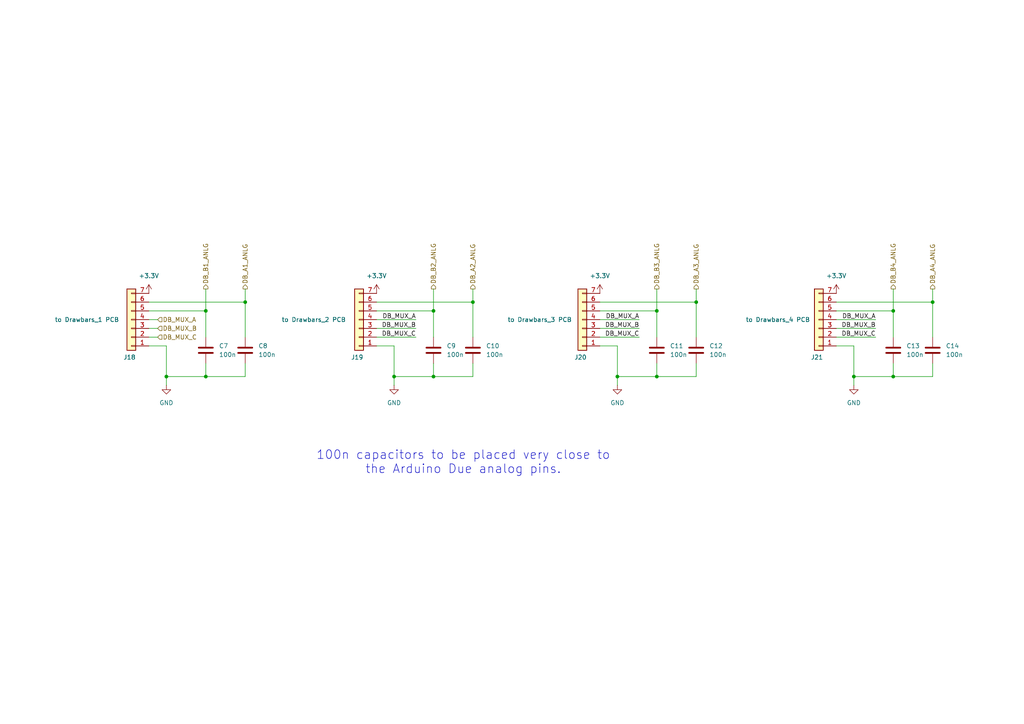
<source format=kicad_sch>
(kicad_sch (version 20250114) (generator "eeschema") (generator_version "9.0")
  (paper "A4")
  (title_block (title "Drawbars Connectors") (date "2025-07-30") (rev "1.0"))
  (lib_symbols
    (symbol "Connector_Generic:Conn_01x07" (pin_names (offset 1.016) (hide yes))
      (property "Reference" "J" (at 0 10.16 0))
      (property "Value" "Conn_01x07" (at 0 -10.16 0))
      (symbol "Conn_01x07_1_1"
        (rectangle (start -1.27 8.89) (end 1.27 -8.89) (stroke (width 0.254)) (fill (type background)))
        (rectangle (start -1.27 7.747) (end 0 7.493) (stroke (width 0.1524)))
        (rectangle (start -1.27 5.207) (end 0 4.953) (stroke (width 0.1524)))
        (rectangle (start -1.27 2.667) (end 0 2.413) (stroke (width 0.1524)))
        (rectangle (start -1.27 0.127) (end 0 -0.127) (stroke (width 0.1524)))
        (rectangle (start -1.27 -2.413) (end 0 -2.667) (stroke (width 0.1524)))
        (rectangle (start -1.27 -4.953) (end 0 -5.207) (stroke (width 0.1524)))
        (rectangle (start -1.27 -7.493) (end 0 -7.747) (stroke (width 0.1524)))
        (pin passive line (at -5.08 7.62 0) (length 3.81) (name "Pin_1") (number "1"))
        (pin passive line (at -5.08 5.08 0) (length 3.81) (name "Pin_2") (number "2"))
        (pin passive line (at -5.08 2.54 0) (length 3.81) (name "Pin_3") (number "3"))
        (pin passive line (at -5.08 0 0) (length 3.81) (name "Pin_4") (number "4"))
        (pin passive line (at -5.08 -2.54 0) (length 3.81) (name "Pin_5") (number "5"))
        (pin passive line (at -5.08 -5.08 0) (length 3.81) (name "Pin_6") (number "6"))
        (pin passive line (at -5.08 -7.62 0) (length 3.81) (name "Pin_7") (number "7"))
      )
    )
    (symbol "Device:C" (pin_numbers (hide yes)) (pin_names (offset 0.254))
      (property "Reference" "C" (at 0.635 2.54 0))
      (property "Value" "C" (at 0.635 -2.54 0))
      (symbol "C_0_1"
        (polyline (pts (xy -2.032 0.762) (xy 2.032 0.762)) (stroke (width 0.508)))
        (polyline (pts (xy -2.032 -0.762) (xy 2.032 -0.762)) (stroke (width 0.508)))
      )
      (symbol "C_1_1"
        (pin passive line (at 0 3.81 270) (length 2.794) (name "~") (number "1"))
        (pin passive line (at 0 -3.81 90) (length 2.794) (name "~") (number "2"))
      )
    )
    (symbol "power:+3.3V" (power) (pin_numbers (hide yes)) (pin_names (offset 0) (hide yes))
      (property "Value" "+3.3V" (at 0 3.556 0))
      (symbol "+3.3V_0_1"
        (polyline (pts (xy -0.762 1.27) (xy 0 2.54)))
        (polyline (pts (xy 0 2.54) (xy 0.762 1.27)))
        (polyline (pts (xy 0 0) (xy 0 2.54)))
      )
      (symbol "+3.3V_1_1"
        (pin power_in line (at 0 0 90) (length 0) (name "~") (number "1"))
      )
    )
    (symbol "power:GND" (power) (pin_numbers (hide yes)) (pin_names (offset 0) (hide yes))
      (property "Value" "GND" (at 0 -3.81 0))
      (symbol "GND_0_1"
        (polyline (pts (xy 0 0) (xy 0 -1.27) (xy 1.27 -1.27) (xy 0 -2.54) (xy -1.27 -1.27) (xy 0 -1.27)))
      )
      (symbol "GND_1_1"
        (pin power_in line (at 0 0 270) (length 0) (name "~") (number "1"))
      )
    )
  )
  (text "100n capacitors to be placed very close to\nthe Arduino Due analog pins." (at 134.366 134.112 0) (effects (font (size 2.54 2.54))))
  (junction (at 59.69 90.17))
  (junction (at 270.51 87.63))
  (junction (at 71.12 87.63))
  (junction (at 137.16 87.63))
  (junction (at 179.07 109.22))
  (junction (at 259.08 109.22))
  (junction (at 190.5 109.22))
  (junction (at 247.65 109.22))
  (junction (at 125.73 90.17))
  (junction (at 259.08 90.17))
  (junction (at 114.3 109.22))
  (junction (at 190.5 90.17))
  (junction (at 48.26 109.22))
  (junction (at 201.93 87.63))
  (junction (at 125.73 109.22))
  (junction (at 59.69 109.22))
  (wire (pts (xy 242.57 87.63) (xy 270.51 87.63)))
  (wire (pts (xy 59.69 109.22) (xy 59.69 105.41)))
  (wire (pts (xy 59.69 90.17) (xy 43.18 90.17)))
  (wire (pts (xy 48.26 109.22) (xy 48.26 100.33)))
  (wire (pts (xy 190.5 83.82) (xy 190.5 90.17)))
  (wire (pts (xy 137.16 105.41) (xy 137.16 109.22)))
  (wire (pts (xy 114.3 109.22) (xy 125.73 109.22)))
  (wire (pts (xy 201.93 87.63) (xy 201.93 97.79)))
  (wire (pts (xy 48.26 109.22) (xy 59.69 109.22)))
  (wire (pts (xy 259.08 90.17) (xy 259.08 97.79)))
  (wire (pts (xy 247.65 109.22) (xy 247.65 100.33)))
  (wire (pts (xy 247.65 109.22) (xy 247.65 111.76)))
  (wire (pts (xy 179.07 109.22) (xy 179.07 111.76)))
  (wire (pts (xy 185.42 95.25) (xy 173.99 95.25)))
  (wire (pts (xy 247.65 100.33) (xy 242.57 100.33)))
  (wire (pts (xy 259.08 109.22) (xy 270.51 109.22)))
  (wire (pts (xy 190.5 109.22) (xy 201.93 109.22)))
  (wire (pts (xy 45.72 92.71) (xy 43.18 92.71)))
  (wire (pts (xy 185.42 97.79) (xy 173.99 97.79)))
  (wire (pts (xy 109.22 87.63) (xy 137.16 87.63)))
  (wire (pts (xy 270.51 83.82) (xy 270.51 87.63)))
  (wire (pts (xy 270.51 105.41) (xy 270.51 109.22)))
  (wire (pts (xy 59.69 109.22) (xy 71.12 109.22)))
  (wire (pts (xy 114.3 100.33) (xy 109.22 100.33)))
  (wire (pts (xy 247.65 109.22) (xy 259.08 109.22)))
  (wire (pts (xy 125.73 83.82) (xy 125.73 90.17)))
  (wire (pts (xy 179.07 109.22) (xy 190.5 109.22)))
  (wire (pts (xy 125.73 109.22) (xy 125.73 105.41)))
  (wire (pts (xy 259.08 83.82) (xy 259.08 90.17)))
  (wire (pts (xy 43.18 87.63) (xy 71.12 87.63)))
  (wire (pts (xy 270.51 87.63) (xy 270.51 97.79)))
  (wire (pts (xy 173.99 87.63) (xy 201.93 87.63)))
  (wire (pts (xy 120.65 92.71) (xy 109.22 92.71)))
  (wire (pts (xy 45.72 95.25) (xy 43.18 95.25)))
  (wire (pts (xy 71.12 83.82) (xy 71.12 87.63)))
  (wire (pts (xy 125.73 90.17) (xy 109.22 90.17)))
  (wire (pts (xy 190.5 90.17) (xy 173.99 90.17)))
  (wire (pts (xy 179.07 109.22) (xy 179.07 100.33)))
  (wire (pts (xy 114.3 109.22) (xy 114.3 111.76)))
  (wire (pts (xy 45.72 97.79) (xy 43.18 97.79)))
  (wire (pts (xy 120.65 95.25) (xy 109.22 95.25)))
  (wire (pts (xy 179.07 100.33) (xy 173.99 100.33)))
  (wire (pts (xy 190.5 90.17) (xy 190.5 97.79)))
  (wire (pts (xy 201.93 105.41) (xy 201.93 109.22)))
  (wire (pts (xy 59.69 90.17) (xy 59.69 97.79)))
  (wire (pts (xy 48.26 100.33) (xy 43.18 100.33)))
  (wire (pts (xy 48.26 109.22) (xy 48.26 111.76)))
  (wire (pts (xy 59.69 83.82) (xy 59.69 90.17)))
  (wire (pts (xy 137.16 83.82) (xy 137.16 87.63)))
  (wire (pts (xy 71.12 87.63) (xy 71.12 97.79)))
  (wire (pts (xy 71.12 105.41) (xy 71.12 109.22)))
  (wire (pts (xy 259.08 90.17) (xy 242.57 90.17)))
  (wire (pts (xy 190.5 109.22) (xy 190.5 105.41)))
  (wire (pts (xy 201.93 83.82) (xy 201.93 87.63)))
  (wire (pts (xy 125.73 109.22) (xy 137.16 109.22)))
  (wire (pts (xy 185.42 92.71) (xy 173.99 92.71)))
  (wire (pts (xy 137.16 87.63) (xy 137.16 97.79)))
  (wire (pts (xy 125.73 90.17) (xy 125.73 97.79)))
  (wire (pts (xy 254 95.25) (xy 242.57 95.25)))
  (wire (pts (xy 254 92.71) (xy 242.57 92.71)))
  (wire (pts (xy 120.65 97.79) (xy 109.22 97.79)))
  (wire (pts (xy 114.3 109.22) (xy 114.3 100.33)))
  (wire (pts (xy 254 97.79) (xy 242.57 97.79)))
  (wire (pts (xy 259.08 109.22) (xy 259.08 105.41)))
  (label "DB_MUX_B" (at 254 95.25 180))
  (label "DB_MUX_B" (at 120.65 95.25 180))
  (label "DB_MUX_A" (at 120.65 92.71 180))
  (label "DB_MUX_A" (at 254 92.71 180))
  (label "DB_MUX_C" (at 254 97.79 180))
  (label "DB_MUX_B" (at 185.42 95.25 180))
  (label "DB_MUX_C" (at 120.65 97.79 180))
  (label "DB_MUX_A" (at 185.42 92.71 180))
  (label "DB_MUX_C" (at 185.42 97.79 180))
  (hierarchical_label "DB_B4_ANLG" (shape output) (at 259.08 83.82 90))
  (hierarchical_label "DB_A1_ANLG" (shape output) (at 71.12 83.82 90))
  (hierarchical_label "DB_MUX_A" (shape input) (at 45.72 92.71 0))
  (hierarchical_label "DB_A2_ANLG" (shape output) (at 137.16 83.82 90))
  (hierarchical_label "DB_A3_ANLG" (shape output) (at 201.93 83.82 90))
  (hierarchical_label "DB_B3_ANLG" (shape output) (at 190.5 83.82 90))
  (hierarchical_label "DB_MUX_B" (shape input) (at 45.72 95.25 0))
  (hierarchical_label "DB_B2_ANLG" (shape output) (at 125.73 83.82 90))
  (hierarchical_label "DB_MUX_C" (shape input) (at 45.72 97.79 0))
  (hierarchical_label "DB_A4_ANLG" (shape output) (at 270.51 83.82 90))
  (hierarchical_label "DB_B1_ANLG" (shape output) (at 59.69 83.82 90))
  (symbol (lib_id "Device:C") (at 259.08 101.6 0) (unit 1)
    (property "Reference" "C13" (at 262.89 100.3299 0) (effects (justify left)))
    (property "Value" "100n" (at 262.89 102.8699 0) (effects (justify left)))
    (property "Footprint" "Capacitor_THT:C_Rect_L11.5mm_W4.3mm_P10.00mm_MKT" (effects (hide yes)))
    (property "Description" "Unpolarized capacitor" (effects (hide yes)))
  )
  (symbol (lib_id "Device:C") (at 71.12 101.6 0) (unit 1)
    (property "Reference" "C8" (at 74.93 100.3299 0) (effects (justify left)))
    (property "Value" "100n" (at 74.93 102.8699 0) (effects (justify left)))
    (property "Footprint" "Capacitor_THT:C_Rect_L11.5mm_W4.3mm_P10.00mm_MKT" (effects (hide yes)))
    (property "Description" "Unpolarized capacitor" (effects (hide yes)))
  )
  (symbol (lib_id "Device:C") (at 270.51 101.6 0) (unit 1)
    (property "Reference" "C14" (at 274.32 100.3299 0) (effects (justify left)))
    (property "Value" "100n" (at 274.32 102.8699 0) (effects (justify left)))
    (property "Footprint" "Capacitor_THT:C_Rect_L11.5mm_W4.3mm_P10.00mm_MKT" (effects (hide yes)))
    (property "Description" "Unpolarized capacitor" (effects (hide yes)))
  )
  (symbol (lib_id "Device:C") (at 137.16 101.6 0) (unit 1)
    (property "Reference" "C10" (at 140.97 100.3299 0) (effects (justify left)))
    (property "Value" "100n" (at 140.97 102.8699 0) (effects (justify left)))
    (property "Footprint" "Capacitor_THT:C_Rect_L11.5mm_W4.3mm_P10.00mm_MKT" (effects (hide yes)))
    (property "Description" "Unpolarized capacitor" (effects (hide yes)))
  )
  (symbol (lib_id "Connector_Generic:Conn_01x07") (at 38.1 92.71 180) (unit 1)
    (property "Reference" "J18" (at 39.37 103.632 0) (effects (justify left)))
    (property "Value" "to Drawbars_1 PCB" (at 34.544 92.71 0) (effects (justify left)))
    (property "Footprint" "Connector_JST:JST_XH_B7B-XH-A_1x07_P2.50mm_Vertical" (effects (hide yes)))
    (property "Description" "Generic connector, single row, 01x07, script generated (kicad-library-utils/schlib/autogen/connector/)" (effects (hide yes)))
  )
  (symbol (lib_id "power:GND") (at 179.07 111.76 0) (mirror y) (unit 1)
    (property "Reference" "#PWR045" (effects (hide yes)))
    (property "Value" "GND" (at 179.07 116.84 0))
    (property "Description" "Power symbol creates a global label with name \"GND\" , ground" (effects (hide yes)))
  )
  (symbol (lib_id "Device:C") (at 125.73 101.6 0) (unit 1)
    (property "Reference" "C9" (at 129.54 100.3299 0) (effects (justify left)))
    (property "Value" "100n" (at 129.54 102.8699 0) (effects (justify left)))
    (property "Footprint" "Capacitor_THT:C_Rect_L11.5mm_W4.3mm_P10.00mm_MKT" (effects (hide yes)))
    (property "Description" "Unpolarized capacitor" (effects (hide yes)))
  )
  (symbol (lib_id "Device:C") (at 190.5 101.6 0) (unit 1)
    (property "Reference" "C11" (at 194.31 100.3299 0) (effects (justify left)))
    (property "Value" "100n" (at 194.31 102.8699 0) (effects (justify left)))
    (property "Footprint" "Capacitor_THT:C_Rect_L11.5mm_W4.3mm_P10.00mm_MKT" (effects (hide yes)))
    (property "Description" "Unpolarized capacitor" (effects (hide yes)))
  )
  (symbol (lib_id "power:+3.3V") (at 43.18 85.09 0) (unit 1)
    (property "Reference" "#PWR036" (effects (hide yes)))
    (property "Value" "+3.3V" (at 43.18 80.01 0))
    (property "Description" "Power symbol creates a global label with name \"+3.3V\"" (effects (hide yes)))
  )
  (symbol (lib_id "power:GND") (at 48.26 111.76 0) (mirror y) (unit 1)
    (property "Reference" "#PWR041" (effects (hide yes)))
    (property "Value" "GND" (at 48.26 116.84 0))
    (property "Description" "Power symbol creates a global label with name \"GND\" , ground" (effects (hide yes)))
  )
  (symbol (lib_id "Connector_Generic:Conn_01x07") (at 168.91 92.71 180) (unit 1)
    (property "Reference" "J20" (at 170.18 103.632 0) (effects (justify left)))
    (property "Value" "to Drawbars_3 PCB" (at 165.862 92.71 0) (effects (justify left)))
    (property "Footprint" "Connector_JST:JST_XH_B7B-XH-A_1x07_P2.50mm_Vertical" (effects (hide yes)))
    (property "Description" "Generic connector, single row, 01x07, script generated (kicad-library-utils/schlib/autogen/connector/)" (effects (hide yes)))
  )
  (symbol (lib_id "power:GND") (at 114.3 111.76 0) (mirror y) (unit 1)
    (property "Reference" "#PWR043" (effects (hide yes)))
    (property "Value" "GND" (at 114.3 116.84 0))
    (property "Description" "Power symbol creates a global label with name \"GND\" , ground" (effects (hide yes)))
  )
  (symbol (lib_id "power:GND") (at 247.65 111.76 0) (mirror y) (unit 1)
    (property "Reference" "#PWR047" (effects (hide yes)))
    (property "Value" "GND" (at 247.65 116.84 0))
    (property "Description" "Power symbol creates a global label with name \"GND\" , ground" (effects (hide yes)))
  )
  (symbol (lib_id "Connector_Generic:Conn_01x07") (at 237.49 92.71 180) (unit 1)
    (property "Reference" "J21" (at 238.76 103.632 0) (effects (justify left)))
    (property "Value" "to Drawbars_4 PCB" (at 234.95 92.71 0) (effects (justify left)))
    (property "Footprint" "Connector_JST:JST_XH_B7B-XH-A_1x07_P2.50mm_Vertical" (effects (hide yes)))
    (property "Description" "Generic connector, single row, 01x07, script generated (kicad-library-utils/schlib/autogen/connector/)" (effects (hide yes)))
  )
  (symbol (lib_id "Device:C") (at 201.93 101.6 0) (unit 1)
    (property "Reference" "C12" (at 205.74 100.3299 0) (effects (justify left)))
    (property "Value" "100n" (at 205.74 102.8699 0) (effects (justify left)))
    (property "Footprint" "Capacitor_THT:C_Rect_L11.5mm_W4.3mm_P10.00mm_MKT" (effects (hide yes)))
    (property "Description" "Unpolarized capacitor" (effects (hide yes)))
  )
  (symbol (lib_id "Device:C") (at 59.69 101.6 0) (unit 1)
    (property "Reference" "C7" (at 63.5 100.3299 0) (effects (justify left)))
    (property "Value" "100n" (at 63.5 102.8699 0) (effects (justify left)))
    (property "Footprint" "Capacitor_THT:C_Rect_L11.5mm_W4.3mm_P10.00mm_MKT" (effects (hide yes)))
    (property "Description" "Unpolarized capacitor" (effects (hide yes)))
  )
  (symbol (lib_id "power:+3.3V") (at 109.22 85.09 0) (unit 1)
    (property "Reference" "#PWR038" (effects (hide yes)))
    (property "Value" "+3.3V" (at 109.22 80.01 0))
    (property "Description" "Power symbol creates a global label with name \"+3.3V\"" (effects (hide yes)))
  )
  (symbol (lib_id "power:+3.3V") (at 242.57 85.09 0) (unit 1)
    (property "Reference" "#PWR042" (effects (hide yes)))
    (property "Value" "+3.3V" (at 242.57 80.01 0))
    (property "Description" "Power symbol creates a global label with name \"+3.3V\"" (effects (hide yes)))
  )
  (symbol (lib_id "power:+3.3V") (at 173.99 85.09 0) (unit 1)
    (property "Reference" "#PWR040" (effects (hide yes)))
    (property "Value" "+3.3V" (at 173.99 80.01 0))
    (property "Description" "Power symbol creates a global label with name \"+3.3V\"" (effects (hide yes)))
  )
  (symbol (lib_id "Connector_Generic:Conn_01x07") (at 104.14 92.71 180) (unit 1)
    (property "Reference" "J19" (at 105.41 103.632 0) (effects (justify left)))
    (property "Value" "to Drawbars_2 PCB" (at 100.33 92.71 0) (effects (justify left)))
    (property "Footprint" "Connector_JST:JST_XH_B7B-XH-A_1x07_P2.50mm_Vertical" (effects (hide yes)))
    (property "Description" "Generic connector, single row, 01x07, script generated (kicad-library-utils/schlib/autogen/connector/)" (effects (hide yes)))
  )
)
</source>
